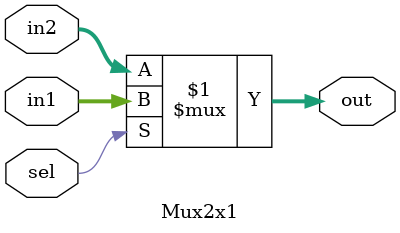
<source format=v>
module Mux2x1
#(
   parameter DATA_WIDTH = 64
)
(
   input    [DATA_WIDTH - 1 : 0] in1,
   input    [DATA_WIDTH - 1 : 0] in2,
   input                         sel,
   output   [DATA_WIDTH - 1 : 0] out
);

   assign out = sel ? in1 : in2;

endmodule
</source>
